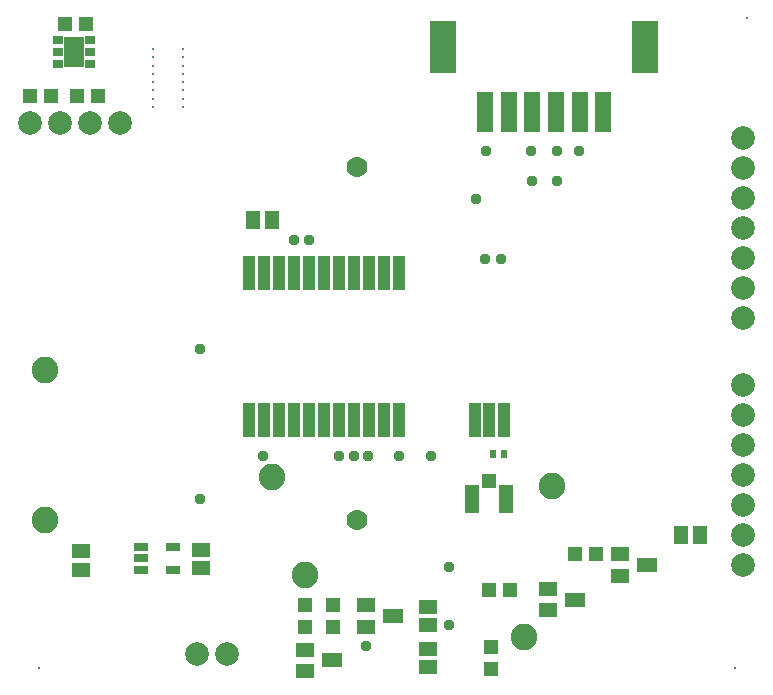
<source format=gts>
G04 Layer_Color=8388736*
%FSLAX44Y44*%
%MOMM*%
G71*
G01*
G75*
%ADD25C,2.0000*%
%ADD40R,1.2500X0.8000*%
%ADD41R,1.5500X1.3000*%
%ADD42R,1.1500X1.1500*%
%ADD43R,1.7500X2.6500*%
%ADD44R,0.8500X0.6500*%
%ADD45R,1.1400X2.8500*%
%ADD46R,1.1500X1.1500*%
%ADD47R,1.3000X1.5500*%
%ADD48R,1.6750X1.2500*%
%ADD49R,1.6500X1.2500*%
%ADD50R,2.2500X4.4500*%
%ADD51R,1.4500X3.4500*%
%ADD52R,1.2500X1.3000*%
%ADD53R,1.3000X2.4500*%
%ADD54R,0.5500X0.6500*%
%ADD55C,2.2500*%
%ADD56C,0.2500*%
%ADD57C,1.7740*%
%ADD58C,0.9500*%
D25*
X27940Y496570D02*
D03*
X53340D02*
D03*
X104140D02*
D03*
X78740D02*
D03*
X631500Y331470D02*
D03*
Y356870D02*
D03*
Y458470D02*
D03*
Y483870D02*
D03*
Y433070D02*
D03*
Y407670D02*
D03*
Y382270D02*
D03*
X631190Y121920D02*
D03*
Y147320D02*
D03*
Y248920D02*
D03*
Y274320D02*
D03*
Y223520D02*
D03*
Y198120D02*
D03*
Y172720D02*
D03*
X168910Y46521D02*
D03*
X194310D02*
D03*
D40*
X148920Y118110D02*
D03*
X121920Y137110D02*
D03*
Y118110D02*
D03*
Y127610D02*
D03*
X148920Y137110D02*
D03*
D41*
X71120Y117856D02*
D03*
Y133604D02*
D03*
X172720Y134874D02*
D03*
Y119126D02*
D03*
X364490Y51054D02*
D03*
Y35306D02*
D03*
Y86614D02*
D03*
Y70866D02*
D03*
D42*
X75040Y580390D02*
D03*
X57040D02*
D03*
X45830Y519430D02*
D03*
X27830D02*
D03*
X85200D02*
D03*
X67200D02*
D03*
X416450Y101092D02*
D03*
X434450D02*
D03*
X488840Y130920D02*
D03*
X506840D02*
D03*
D43*
X65240Y556100D02*
D03*
D44*
X51740Y546100D02*
D03*
Y556100D02*
D03*
Y566100D02*
D03*
X78740D02*
D03*
Y556100D02*
D03*
Y546100D02*
D03*
D45*
X340360Y244570D02*
D03*
X327660D02*
D03*
X314960D02*
D03*
X302260D02*
D03*
X289560D02*
D03*
X276860D02*
D03*
X264160D02*
D03*
X251460D02*
D03*
X238760D02*
D03*
X226060D02*
D03*
X213360D02*
D03*
X340360Y369570D02*
D03*
X327660D02*
D03*
X314960D02*
D03*
X302260D02*
D03*
X289560D02*
D03*
X276860D02*
D03*
X264160D02*
D03*
X251460D02*
D03*
X238760D02*
D03*
X226060D02*
D03*
X213360D02*
D03*
X404160Y244570D02*
D03*
X416560D02*
D03*
X429260D02*
D03*
D46*
X260350Y87740D02*
D03*
Y69740D02*
D03*
X284480D02*
D03*
Y87740D02*
D03*
X417830Y34180D02*
D03*
Y52180D02*
D03*
D47*
X578866Y147320D02*
D03*
X594614D02*
D03*
X232664Y414020D02*
D03*
X216916D02*
D03*
D48*
X283210Y41158D02*
D03*
X488840Y92710D02*
D03*
X335280Y78740D02*
D03*
X549910Y121920D02*
D03*
D49*
X260460Y50158D02*
D03*
Y32158D02*
D03*
X466090Y101710D02*
D03*
Y83710D02*
D03*
X312530Y87740D02*
D03*
Y69740D02*
D03*
X527160Y130920D02*
D03*
Y112920D02*
D03*
D50*
X377580Y560260D02*
D03*
X548580D02*
D03*
D51*
X473080Y505460D02*
D03*
X493080D02*
D03*
X513080D02*
D03*
X453080D02*
D03*
X433080D02*
D03*
X413080D02*
D03*
D52*
X416306Y193040D02*
D03*
D53*
X401556Y178040D02*
D03*
X431056D02*
D03*
D54*
X419674Y215900D02*
D03*
X428674D02*
D03*
D55*
X232410Y196850D02*
D03*
X445770Y60960D02*
D03*
X260460Y113284D02*
D03*
X469900Y189230D02*
D03*
X40600Y287020D02*
D03*
Y160020D02*
D03*
D56*
X635000Y585000D02*
D03*
X625000Y35000D02*
D03*
X35000D02*
D03*
X157480Y509800D02*
D03*
Y516800D02*
D03*
Y523800D02*
D03*
Y530800D02*
D03*
Y537800D02*
D03*
Y544800D02*
D03*
Y551800D02*
D03*
Y558800D02*
D03*
X132080D02*
D03*
Y551800D02*
D03*
Y544800D02*
D03*
Y537800D02*
D03*
Y530800D02*
D03*
Y523800D02*
D03*
Y516800D02*
D03*
Y509800D02*
D03*
D57*
X304800Y458520D02*
D03*
Y160020D02*
D03*
D58*
X367030Y214630D02*
D03*
X340360D02*
D03*
X382270Y71120D02*
D03*
X224790Y214630D02*
D03*
X382270Y120650D02*
D03*
X313690Y214630D02*
D03*
X289560D02*
D03*
X412750Y381009D02*
D03*
X452430Y447040D02*
D03*
X302260Y214630D02*
D03*
X426729Y381009D02*
D03*
X473710Y447040D02*
D03*
X405130Y431800D02*
D03*
X171450Y177800D02*
D03*
Y304800D02*
D03*
X251460Y397510D02*
D03*
X264160D02*
D03*
X452120Y472440D02*
D03*
X473710D02*
D03*
X492760Y472130D02*
D03*
X413410Y472440D02*
D03*
X312530Y53340D02*
D03*
M02*

</source>
